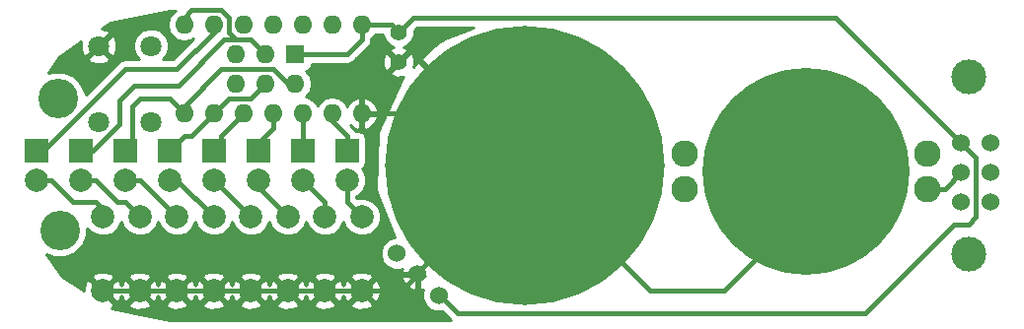
<source format=gtl>
G04 #@! TF.FileFunction,Copper,L1,Top,Signal*
%FSLAX46Y46*%
G04 Gerber Fmt 4.6, Leading zero omitted, Abs format (unit mm)*
G04 Created by KiCad (PCBNEW 4.0.7) date 02/28/18 07:49:30*
%MOMM*%
%LPD*%
G01*
G04 APERTURE LIST*
%ADD10C,0.100000*%
%ADD11C,1.524000*%
%ADD12O,1.600000X1.600000*%
%ADD13R,1.600000X1.600000*%
%ADD14C,3.000000*%
%ADD15C,1.800000*%
%ADD16C,3.400000*%
%ADD17C,2.286000*%
%ADD18C,17.780000*%
%ADD19C,24.000000*%
%ADD20C,1.397000*%
%ADD21C,2.000000*%
%ADD22R,2.000000X2.000000*%
%ADD23C,1.998980*%
%ADD24C,0.406400*%
%ADD25C,0.254000*%
G04 APERTURE END LIST*
D10*
D11*
X194037949Y-91929949D03*
X192241898Y-90133898D03*
X195834000Y-93726000D03*
D12*
X183515000Y-75565000D03*
D13*
X183515000Y-73025000D03*
D12*
X180975000Y-75565000D03*
X180975000Y-73025000D03*
X178435000Y-75565000D03*
X178435000Y-73025000D03*
X189230000Y-70485000D03*
X186690000Y-70485000D03*
X184150000Y-70485000D03*
X181610000Y-70485000D03*
X179070000Y-70485000D03*
X176530000Y-70485000D03*
X173990000Y-70485000D03*
X173990000Y-78105000D03*
X176530000Y-78105000D03*
X179070000Y-78105000D03*
X181610000Y-78105000D03*
X184150000Y-78105000D03*
X186690000Y-78105000D03*
X189230000Y-78105000D03*
D14*
X241300000Y-90170000D03*
D15*
X171160000Y-78815000D03*
X166660000Y-78815000D03*
X171160000Y-72315000D03*
X166660000Y-72315000D03*
D16*
X163195000Y-76835000D03*
D17*
X216916000Y-84582000D03*
X237744000Y-84582000D03*
X216916000Y-81534000D03*
X237744000Y-81534000D03*
D18*
X227330000Y-83058000D03*
D14*
X241300000Y-74930000D03*
D16*
X163322000Y-88138000D03*
D19*
X203200000Y-82550000D03*
D20*
X192405000Y-71120000D03*
X192405000Y-73660000D03*
D21*
X187960000Y-83820000D03*
D22*
X187960000Y-81280000D03*
D21*
X184150000Y-83820000D03*
D22*
X184150000Y-81280000D03*
D21*
X180340000Y-83820000D03*
D22*
X180340000Y-81280000D03*
D21*
X176530000Y-83820000D03*
D22*
X176530000Y-81280000D03*
D21*
X172720000Y-83820000D03*
D22*
X172720000Y-81280000D03*
D21*
X168910000Y-83820000D03*
D22*
X168910000Y-81280000D03*
D21*
X165100000Y-83820000D03*
D22*
X165100000Y-81280000D03*
D21*
X161290000Y-83820000D03*
D22*
X161290000Y-81280000D03*
D23*
X189230000Y-86995000D03*
X189230000Y-93345000D03*
X186055000Y-86995000D03*
X186055000Y-93345000D03*
X182880000Y-86995000D03*
X182880000Y-93345000D03*
X179705000Y-86995000D03*
X179705000Y-93345000D03*
X176530000Y-86995000D03*
X176530000Y-93345000D03*
X173355000Y-86995000D03*
X173355000Y-93345000D03*
X170180000Y-86995000D03*
X170180000Y-93345000D03*
X167005000Y-86995000D03*
X167005000Y-93345000D03*
D11*
X240665000Y-80645000D03*
X240665000Y-83185000D03*
X240665000Y-85725000D03*
X243205000Y-85725000D03*
X243205000Y-83185000D03*
X243205000Y-80645000D03*
D24*
X189230000Y-78105000D02*
X198755000Y-78105000D01*
X198755000Y-78105000D02*
X203200000Y-82550000D01*
X193634247Y-92347319D02*
X193634247Y-92115753D01*
X193634247Y-92115753D02*
X203200000Y-82550000D01*
X189230000Y-93345000D02*
X192636566Y-93345000D01*
X192636566Y-93345000D02*
X193634247Y-92347319D01*
X227330000Y-83058000D02*
X227330000Y-86360000D01*
X227330000Y-86360000D02*
X220345000Y-93345000D01*
X220345000Y-93345000D02*
X213995000Y-93345000D01*
X213995000Y-93345000D02*
X203200000Y-82550000D01*
X189230000Y-78105000D02*
X189230000Y-76835000D01*
X189230000Y-76835000D02*
X192405000Y-73660000D01*
X186055000Y-93345000D02*
X189230000Y-93345000D01*
X182880000Y-93345000D02*
X186055000Y-93345000D01*
X179705000Y-93345000D02*
X182880000Y-93345000D01*
X176530000Y-93345000D02*
X179705000Y-93345000D01*
X173355000Y-93345000D02*
X176530000Y-93345000D01*
X170180000Y-93345000D02*
X173355000Y-93345000D01*
X167132000Y-93345000D02*
X170180000Y-93345000D01*
X183515000Y-73025000D02*
X187960000Y-73025000D01*
X189230000Y-71755000D02*
X189230000Y-70485000D01*
X187960000Y-73025000D02*
X189230000Y-71755000D01*
X241935000Y-86995000D02*
X241300000Y-87630000D01*
X240665000Y-80645000D02*
X241935000Y-81915000D01*
X241935000Y-86995000D02*
X241935000Y-81915000D01*
X240030000Y-87630000D02*
X232410000Y-95250000D01*
X241300000Y-87630000D02*
X240030000Y-87630000D01*
X197485000Y-95250000D02*
X196215000Y-93980000D01*
X229235000Y-95250000D02*
X232410000Y-95250000D01*
X197485000Y-95250000D02*
X229235000Y-95250000D01*
X240665000Y-80645000D02*
X229870000Y-69850000D01*
X227330000Y-69850000D02*
X229870000Y-69850000D01*
X193675000Y-69850000D02*
X192405000Y-71120000D01*
X193675000Y-69850000D02*
X227330000Y-69850000D01*
X195580000Y-93980000D02*
X196215000Y-93980000D01*
X189230000Y-70485000D02*
X191770000Y-70485000D01*
X191770000Y-70485000D02*
X192405000Y-71120000D01*
X237744000Y-84582000D02*
X239268000Y-84582000D01*
X239268000Y-84582000D02*
X240665000Y-83185000D01*
X183515000Y-75565000D02*
X182880000Y-75565000D01*
X182880000Y-75565000D02*
X181610000Y-74295000D01*
X181610000Y-74295000D02*
X177165000Y-74295000D01*
X177165000Y-74295000D02*
X173990000Y-77470000D01*
X173990000Y-77470000D02*
X173990000Y-78105000D01*
X173990000Y-78105000D02*
X172720000Y-76835000D01*
X169545000Y-77470000D02*
X169545000Y-80645000D01*
X170180000Y-76835000D02*
X169545000Y-77470000D01*
X172720000Y-76835000D02*
X170180000Y-76835000D01*
X169545000Y-80645000D02*
X168910000Y-81280000D01*
X168910000Y-81280000D02*
X168910000Y-81026000D01*
X173990000Y-77470000D02*
X173990000Y-78105000D01*
X180975000Y-75565000D02*
X179705000Y-76835000D01*
X177800000Y-76835000D02*
X176530000Y-78105000D01*
X179705000Y-76835000D02*
X177800000Y-76835000D01*
X176530000Y-78105000D02*
X174625000Y-80010000D01*
X173990000Y-80010000D02*
X172720000Y-81280000D01*
X174625000Y-80010000D02*
X173990000Y-80010000D01*
X178435000Y-71755000D02*
X177419000Y-71755000D01*
X166116000Y-81280000D02*
X165100000Y-81280000D01*
X168402000Y-78994000D02*
X166116000Y-81280000D01*
X168402000Y-76962000D02*
X168402000Y-78994000D01*
X169672000Y-75692000D02*
X168402000Y-76962000D01*
X173482000Y-75692000D02*
X169672000Y-75692000D01*
X177419000Y-71755000D02*
X173482000Y-75692000D01*
X180975000Y-73025000D02*
X179705000Y-71755000D01*
X174625000Y-69215000D02*
X173990000Y-69850000D01*
X177165000Y-69215000D02*
X174625000Y-69215000D01*
X177800000Y-69850000D02*
X177165000Y-69215000D01*
X177800000Y-71120000D02*
X177800000Y-69850000D01*
X178435000Y-71755000D02*
X177800000Y-71120000D01*
X179705000Y-71755000D02*
X178435000Y-71755000D01*
X173990000Y-69850000D02*
X173990000Y-70485000D01*
X184150000Y-83820000D02*
X186055000Y-85725000D01*
X186055000Y-85725000D02*
X186055000Y-86995000D01*
X184150000Y-78105000D02*
X184150000Y-81280000D01*
X186690000Y-78105000D02*
X186690000Y-78740000D01*
X186690000Y-78740000D02*
X187960000Y-80010000D01*
X187960000Y-80010000D02*
X187960000Y-81280000D01*
X187960000Y-83820000D02*
X187960000Y-85725000D01*
X187960000Y-85725000D02*
X189230000Y-86995000D01*
X181610000Y-78105000D02*
X181610000Y-79375000D01*
X181610000Y-79375000D02*
X180340000Y-80645000D01*
X180340000Y-80645000D02*
X180340000Y-81280000D01*
X180340000Y-83820000D02*
X180340000Y-84455000D01*
X180340000Y-84455000D02*
X182880000Y-86995000D01*
X179070000Y-78105000D02*
X177165000Y-80010000D01*
X177165000Y-80010000D02*
X177165000Y-80645000D01*
X177165000Y-80645000D02*
X176530000Y-81280000D01*
X176530000Y-83820000D02*
X179705000Y-86995000D01*
X172720000Y-83820000D02*
X173355000Y-83820000D01*
X173355000Y-83820000D02*
X176530000Y-86995000D01*
X168910000Y-83820000D02*
X170180000Y-83820000D01*
X170180000Y-83820000D02*
X173355000Y-86995000D01*
X168910000Y-85725000D02*
X170180000Y-86995000D01*
X168275000Y-85725000D02*
X168910000Y-85725000D01*
X166370000Y-83820000D02*
X168275000Y-85725000D01*
X165100000Y-83820000D02*
X166370000Y-83820000D01*
X176530000Y-70485000D02*
X176530000Y-71120000D01*
X176530000Y-71120000D02*
X173355000Y-74295000D01*
X168910000Y-74295000D02*
X161925000Y-81280000D01*
X173355000Y-74295000D02*
X168910000Y-74295000D01*
X161925000Y-81280000D02*
X161290000Y-81280000D01*
X161925000Y-81280000D02*
X161290000Y-81280000D01*
X176530000Y-70612000D02*
X176530000Y-70485000D01*
X161290000Y-83820000D02*
X162560000Y-83820000D01*
X162560000Y-83820000D02*
X164465000Y-85725000D01*
X164465000Y-85725000D02*
X166370000Y-85725000D01*
X166370000Y-85725000D02*
X167132000Y-86487000D01*
X167132000Y-86487000D02*
X167132000Y-86995000D01*
X171450000Y-72025000D02*
X171160000Y-72315000D01*
D25*
G36*
X196360935Y-71632725D02*
X195730950Y-72053669D01*
X194293177Y-73463572D01*
X203073000Y-82243395D01*
X203073000Y-82856605D01*
X195024225Y-90905381D01*
X194953567Y-90834723D01*
X194932715Y-90855575D01*
X194818314Y-90752081D01*
X203020395Y-82550000D01*
X194113572Y-73643177D01*
X193662825Y-74102834D01*
X193750927Y-73852520D01*
X193722148Y-73322801D01*
X193574800Y-72967071D01*
X193339188Y-72905417D01*
X192584605Y-73660000D01*
X192598748Y-73674143D01*
X192419143Y-73853748D01*
X192405000Y-73839605D01*
X191650417Y-74594188D01*
X191712071Y-74829800D01*
X192212480Y-75005927D01*
X192742199Y-74977148D01*
X192848730Y-74933021D01*
X192703669Y-75080950D01*
X190644372Y-79666269D01*
X190496557Y-84690612D01*
X192034728Y-88736717D01*
X191965237Y-88736656D01*
X191451595Y-88948888D01*
X191058269Y-89341528D01*
X190845141Y-89854798D01*
X190844656Y-90410559D01*
X191056888Y-90924201D01*
X191449528Y-91317527D01*
X191962798Y-91530655D01*
X192518559Y-91531140D01*
X192710795Y-91451710D01*
X192656587Y-91582580D01*
X192778718Y-91802949D01*
X193731341Y-91802949D01*
X193844200Y-91915808D01*
X194023808Y-91736200D01*
X193910949Y-91623341D01*
X193910949Y-91250195D01*
X194113572Y-91456823D01*
X194164949Y-91405446D01*
X194164949Y-91623341D01*
X194052090Y-91736200D01*
X194231698Y-91915808D01*
X194344557Y-91802949D01*
X194462990Y-91802949D01*
X194722011Y-92056949D01*
X194344557Y-92056949D01*
X194231698Y-91944090D01*
X194052090Y-92123698D01*
X194164949Y-92236557D01*
X194164949Y-93189180D01*
X194385318Y-93311311D01*
X194520072Y-93247425D01*
X194437243Y-93446900D01*
X194436758Y-94002661D01*
X194648990Y-94516303D01*
X195041630Y-94909629D01*
X195554900Y-95122757D01*
X196110661Y-95123242D01*
X196154666Y-95105060D01*
X196884606Y-95835000D01*
X172787467Y-95835000D01*
X167724549Y-94827923D01*
X167878958Y-94763965D01*
X167977557Y-94497163D01*
X169207443Y-94497163D01*
X169306042Y-94763965D01*
X169915582Y-94990401D01*
X170565377Y-94966341D01*
X171053958Y-94763965D01*
X171152557Y-94497163D01*
X172382443Y-94497163D01*
X172481042Y-94763965D01*
X173090582Y-94990401D01*
X173740377Y-94966341D01*
X174228958Y-94763965D01*
X174327557Y-94497163D01*
X175557443Y-94497163D01*
X175656042Y-94763965D01*
X176265582Y-94990401D01*
X176915377Y-94966341D01*
X177403958Y-94763965D01*
X177502557Y-94497163D01*
X178732443Y-94497163D01*
X178831042Y-94763965D01*
X179440582Y-94990401D01*
X180090377Y-94966341D01*
X180578958Y-94763965D01*
X180677557Y-94497163D01*
X181907443Y-94497163D01*
X182006042Y-94763965D01*
X182615582Y-94990401D01*
X183265377Y-94966341D01*
X183753958Y-94763965D01*
X183852557Y-94497163D01*
X185082443Y-94497163D01*
X185181042Y-94763965D01*
X185790582Y-94990401D01*
X186440377Y-94966341D01*
X186928958Y-94763965D01*
X187027557Y-94497163D01*
X188257443Y-94497163D01*
X188356042Y-94763965D01*
X188965582Y-94990401D01*
X189615377Y-94966341D01*
X190103958Y-94763965D01*
X190202557Y-94497163D01*
X189230000Y-93524605D01*
X188257443Y-94497163D01*
X187027557Y-94497163D01*
X186055000Y-93524605D01*
X185082443Y-94497163D01*
X183852557Y-94497163D01*
X182880000Y-93524605D01*
X181907443Y-94497163D01*
X180677557Y-94497163D01*
X179705000Y-93524605D01*
X178732443Y-94497163D01*
X177502557Y-94497163D01*
X176530000Y-93524605D01*
X175557443Y-94497163D01*
X174327557Y-94497163D01*
X173355000Y-93524605D01*
X172382443Y-94497163D01*
X171152557Y-94497163D01*
X170180000Y-93524605D01*
X169207443Y-94497163D01*
X167977557Y-94497163D01*
X167005000Y-93524605D01*
X166990858Y-93538748D01*
X166811252Y-93359142D01*
X166825395Y-93345000D01*
X167184605Y-93345000D01*
X168157163Y-94317557D01*
X168423965Y-94218958D01*
X168583335Y-93789951D01*
X168761035Y-94218958D01*
X169027837Y-94317557D01*
X170000395Y-93345000D01*
X170359605Y-93345000D01*
X171332163Y-94317557D01*
X171598965Y-94218958D01*
X171758335Y-93789951D01*
X171936035Y-94218958D01*
X172202837Y-94317557D01*
X173175395Y-93345000D01*
X173534605Y-93345000D01*
X174507163Y-94317557D01*
X174773965Y-94218958D01*
X174933335Y-93789951D01*
X175111035Y-94218958D01*
X175377837Y-94317557D01*
X176350395Y-93345000D01*
X176709605Y-93345000D01*
X177682163Y-94317557D01*
X177948965Y-94218958D01*
X178108335Y-93789951D01*
X178286035Y-94218958D01*
X178552837Y-94317557D01*
X179525395Y-93345000D01*
X179884605Y-93345000D01*
X180857163Y-94317557D01*
X181123965Y-94218958D01*
X181283335Y-93789951D01*
X181461035Y-94218958D01*
X181727837Y-94317557D01*
X182700395Y-93345000D01*
X183059605Y-93345000D01*
X184032163Y-94317557D01*
X184298965Y-94218958D01*
X184458335Y-93789951D01*
X184636035Y-94218958D01*
X184902837Y-94317557D01*
X185875395Y-93345000D01*
X186234605Y-93345000D01*
X187207163Y-94317557D01*
X187473965Y-94218958D01*
X187633335Y-93789951D01*
X187811035Y-94218958D01*
X188077837Y-94317557D01*
X189050395Y-93345000D01*
X189409605Y-93345000D01*
X190382163Y-94317557D01*
X190648965Y-94218958D01*
X190875401Y-93609418D01*
X190851341Y-92959623D01*
X190648965Y-92471042D01*
X190382163Y-92372443D01*
X189409605Y-93345000D01*
X189050395Y-93345000D01*
X188077837Y-92372443D01*
X187811035Y-92471042D01*
X187651665Y-92900049D01*
X187473965Y-92471042D01*
X187207163Y-92372443D01*
X186234605Y-93345000D01*
X185875395Y-93345000D01*
X184902837Y-92372443D01*
X184636035Y-92471042D01*
X184476665Y-92900049D01*
X184298965Y-92471042D01*
X184032163Y-92372443D01*
X183059605Y-93345000D01*
X182700395Y-93345000D01*
X181727837Y-92372443D01*
X181461035Y-92471042D01*
X181301665Y-92900049D01*
X181123965Y-92471042D01*
X180857163Y-92372443D01*
X179884605Y-93345000D01*
X179525395Y-93345000D01*
X178552837Y-92372443D01*
X178286035Y-92471042D01*
X178126665Y-92900049D01*
X177948965Y-92471042D01*
X177682163Y-92372443D01*
X176709605Y-93345000D01*
X176350395Y-93345000D01*
X175377837Y-92372443D01*
X175111035Y-92471042D01*
X174951665Y-92900049D01*
X174773965Y-92471042D01*
X174507163Y-92372443D01*
X173534605Y-93345000D01*
X173175395Y-93345000D01*
X172202837Y-92372443D01*
X171936035Y-92471042D01*
X171776665Y-92900049D01*
X171598965Y-92471042D01*
X171332163Y-92372443D01*
X170359605Y-93345000D01*
X170000395Y-93345000D01*
X169027837Y-92372443D01*
X168761035Y-92471042D01*
X168601665Y-92900049D01*
X168423965Y-92471042D01*
X168157163Y-92372443D01*
X167184605Y-93345000D01*
X166825395Y-93345000D01*
X165852837Y-92372443D01*
X165586035Y-92471042D01*
X165359599Y-93080582D01*
X165367430Y-93292066D01*
X163722319Y-92192837D01*
X166032443Y-92192837D01*
X167005000Y-93165395D01*
X167977557Y-92192837D01*
X169207443Y-92192837D01*
X170180000Y-93165395D01*
X171152557Y-92192837D01*
X172382443Y-92192837D01*
X173355000Y-93165395D01*
X174327557Y-92192837D01*
X175557443Y-92192837D01*
X176530000Y-93165395D01*
X177502557Y-92192837D01*
X178732443Y-92192837D01*
X179705000Y-93165395D01*
X180677557Y-92192837D01*
X181907443Y-92192837D01*
X182880000Y-93165395D01*
X183852557Y-92192837D01*
X185082443Y-92192837D01*
X186055000Y-93165395D01*
X187027557Y-92192837D01*
X188257443Y-92192837D01*
X189230000Y-93165395D01*
X190118076Y-92277318D01*
X192656587Y-92277318D01*
X192894669Y-92779500D01*
X193306805Y-93152346D01*
X193690580Y-93311311D01*
X193910949Y-93189180D01*
X193910949Y-92056949D01*
X192778718Y-92056949D01*
X192656587Y-92277318D01*
X190118076Y-92277318D01*
X190202557Y-92192837D01*
X190103958Y-91926035D01*
X189494418Y-91699599D01*
X188844623Y-91723659D01*
X188356042Y-91926035D01*
X188257443Y-92192837D01*
X187027557Y-92192837D01*
X186928958Y-91926035D01*
X186319418Y-91699599D01*
X185669623Y-91723659D01*
X185181042Y-91926035D01*
X185082443Y-92192837D01*
X183852557Y-92192837D01*
X183753958Y-91926035D01*
X183144418Y-91699599D01*
X182494623Y-91723659D01*
X182006042Y-91926035D01*
X181907443Y-92192837D01*
X180677557Y-92192837D01*
X180578958Y-91926035D01*
X179969418Y-91699599D01*
X179319623Y-91723659D01*
X178831042Y-91926035D01*
X178732443Y-92192837D01*
X177502557Y-92192837D01*
X177403958Y-91926035D01*
X176794418Y-91699599D01*
X176144623Y-91723659D01*
X175656042Y-91926035D01*
X175557443Y-92192837D01*
X174327557Y-92192837D01*
X174228958Y-91926035D01*
X173619418Y-91699599D01*
X172969623Y-91723659D01*
X172481042Y-91926035D01*
X172382443Y-92192837D01*
X171152557Y-92192837D01*
X171053958Y-91926035D01*
X170444418Y-91699599D01*
X169794623Y-91723659D01*
X169306042Y-91926035D01*
X169207443Y-92192837D01*
X167977557Y-92192837D01*
X167878958Y-91926035D01*
X167269418Y-91699599D01*
X166619623Y-91723659D01*
X166131042Y-91926035D01*
X166032443Y-92192837D01*
X163722319Y-92192837D01*
X163335576Y-91934424D01*
X162168087Y-90187154D01*
X162855502Y-90472593D01*
X163784422Y-90473404D01*
X164642943Y-90118671D01*
X165300362Y-89462398D01*
X165656593Y-88604498D01*
X165657157Y-87958342D01*
X166077927Y-88379846D01*
X166678453Y-88629206D01*
X167328694Y-88629774D01*
X167929655Y-88381462D01*
X168389846Y-87922073D01*
X168592691Y-87433568D01*
X168793538Y-87919655D01*
X169252927Y-88379846D01*
X169853453Y-88629206D01*
X170503694Y-88629774D01*
X171104655Y-88381462D01*
X171564846Y-87922073D01*
X171767691Y-87433568D01*
X171968538Y-87919655D01*
X172427927Y-88379846D01*
X173028453Y-88629206D01*
X173678694Y-88629774D01*
X174279655Y-88381462D01*
X174739846Y-87922073D01*
X174942691Y-87433568D01*
X175143538Y-87919655D01*
X175602927Y-88379846D01*
X176203453Y-88629206D01*
X176853694Y-88629774D01*
X177454655Y-88381462D01*
X177914846Y-87922073D01*
X178117691Y-87433568D01*
X178318538Y-87919655D01*
X178777927Y-88379846D01*
X179378453Y-88629206D01*
X180028694Y-88629774D01*
X180629655Y-88381462D01*
X181089846Y-87922073D01*
X181292691Y-87433568D01*
X181493538Y-87919655D01*
X181952927Y-88379846D01*
X182553453Y-88629206D01*
X183203694Y-88629774D01*
X183804655Y-88381462D01*
X184264846Y-87922073D01*
X184467691Y-87433568D01*
X184668538Y-87919655D01*
X185127927Y-88379846D01*
X185728453Y-88629206D01*
X186378694Y-88629774D01*
X186979655Y-88381462D01*
X187439846Y-87922073D01*
X187642691Y-87433568D01*
X187843538Y-87919655D01*
X188302927Y-88379846D01*
X188903453Y-88629206D01*
X189553694Y-88629774D01*
X190154655Y-88381462D01*
X190614846Y-87922073D01*
X190864206Y-87321547D01*
X190864774Y-86671306D01*
X190616462Y-86070345D01*
X190157073Y-85610154D01*
X189556547Y-85360794D01*
X188906306Y-85360226D01*
X188817368Y-85396974D01*
X188798200Y-85377806D01*
X188798200Y-85242736D01*
X188884943Y-85206894D01*
X189345278Y-84747363D01*
X189594716Y-84146648D01*
X189595284Y-83496205D01*
X189346894Y-82895057D01*
X189280379Y-82828426D01*
X189411441Y-82744090D01*
X189556431Y-82531890D01*
X189607440Y-82280000D01*
X189607440Y-80280000D01*
X189563162Y-80044683D01*
X189424090Y-79828559D01*
X189211890Y-79683569D01*
X188960000Y-79632560D01*
X188696528Y-79632560D01*
X188552697Y-79417303D01*
X188267963Y-79132569D01*
X188492577Y-79336041D01*
X188880961Y-79496904D01*
X189103000Y-79374915D01*
X189103000Y-78232000D01*
X189357000Y-78232000D01*
X189357000Y-79374915D01*
X189579039Y-79496904D01*
X189967423Y-79336041D01*
X190382389Y-78960134D01*
X190621914Y-78454041D01*
X190500629Y-78232000D01*
X189357000Y-78232000D01*
X189103000Y-78232000D01*
X189083000Y-78232000D01*
X189083000Y-77978000D01*
X189103000Y-77978000D01*
X189103000Y-76835085D01*
X189357000Y-76835085D01*
X189357000Y-77978000D01*
X190500629Y-77978000D01*
X190621914Y-77755959D01*
X190382389Y-77249866D01*
X189967423Y-76873959D01*
X189579039Y-76713096D01*
X189357000Y-76835085D01*
X189103000Y-76835085D01*
X188880961Y-76713096D01*
X188492577Y-76873959D01*
X188077611Y-77249866D01*
X187974986Y-77466703D01*
X187704698Y-77062189D01*
X187239151Y-76751120D01*
X186690000Y-76641887D01*
X186140849Y-76751120D01*
X185675302Y-77062189D01*
X185420000Y-77444275D01*
X185164698Y-77062189D01*
X184699151Y-76751120D01*
X184403295Y-76692271D01*
X184529698Y-76607811D01*
X184840767Y-76142264D01*
X184950000Y-75593113D01*
X184950000Y-75536887D01*
X184840767Y-74987736D01*
X184529698Y-74522189D01*
X184424428Y-74451850D01*
X184550317Y-74428162D01*
X184766441Y-74289090D01*
X184911431Y-74076890D01*
X184954704Y-73863200D01*
X187960000Y-73863200D01*
X188280766Y-73799396D01*
X188552697Y-73617697D01*
X188702914Y-73467480D01*
X191059073Y-73467480D01*
X191087852Y-73997199D01*
X191235200Y-74352929D01*
X191470812Y-74414583D01*
X192225395Y-73660000D01*
X191470812Y-72905417D01*
X191235200Y-72967071D01*
X191059073Y-73467480D01*
X188702914Y-73467480D01*
X189822697Y-72347697D01*
X190004396Y-72075766D01*
X190068200Y-71755000D01*
X190068200Y-71645743D01*
X190244698Y-71527811D01*
X190381415Y-71323200D01*
X191071322Y-71323200D01*
X191071269Y-71384086D01*
X191273854Y-71874380D01*
X191648647Y-72249827D01*
X191970118Y-72383314D01*
X191712071Y-72490200D01*
X191650417Y-72725812D01*
X192405000Y-73480395D01*
X193159583Y-72725812D01*
X193097929Y-72490200D01*
X192818688Y-72391917D01*
X193159380Y-72251146D01*
X193534827Y-71876353D01*
X193738268Y-71386413D01*
X193738630Y-70971764D01*
X194022194Y-70688200D01*
X198845475Y-70688200D01*
X196360935Y-71632725D01*
X196360935Y-71632725D01*
G37*
X196360935Y-71632725D02*
X195730950Y-72053669D01*
X194293177Y-73463572D01*
X203073000Y-82243395D01*
X203073000Y-82856605D01*
X195024225Y-90905381D01*
X194953567Y-90834723D01*
X194932715Y-90855575D01*
X194818314Y-90752081D01*
X203020395Y-82550000D01*
X194113572Y-73643177D01*
X193662825Y-74102834D01*
X193750927Y-73852520D01*
X193722148Y-73322801D01*
X193574800Y-72967071D01*
X193339188Y-72905417D01*
X192584605Y-73660000D01*
X192598748Y-73674143D01*
X192419143Y-73853748D01*
X192405000Y-73839605D01*
X191650417Y-74594188D01*
X191712071Y-74829800D01*
X192212480Y-75005927D01*
X192742199Y-74977148D01*
X192848730Y-74933021D01*
X192703669Y-75080950D01*
X190644372Y-79666269D01*
X190496557Y-84690612D01*
X192034728Y-88736717D01*
X191965237Y-88736656D01*
X191451595Y-88948888D01*
X191058269Y-89341528D01*
X190845141Y-89854798D01*
X190844656Y-90410559D01*
X191056888Y-90924201D01*
X191449528Y-91317527D01*
X191962798Y-91530655D01*
X192518559Y-91531140D01*
X192710795Y-91451710D01*
X192656587Y-91582580D01*
X192778718Y-91802949D01*
X193731341Y-91802949D01*
X193844200Y-91915808D01*
X194023808Y-91736200D01*
X193910949Y-91623341D01*
X193910949Y-91250195D01*
X194113572Y-91456823D01*
X194164949Y-91405446D01*
X194164949Y-91623341D01*
X194052090Y-91736200D01*
X194231698Y-91915808D01*
X194344557Y-91802949D01*
X194462990Y-91802949D01*
X194722011Y-92056949D01*
X194344557Y-92056949D01*
X194231698Y-91944090D01*
X194052090Y-92123698D01*
X194164949Y-92236557D01*
X194164949Y-93189180D01*
X194385318Y-93311311D01*
X194520072Y-93247425D01*
X194437243Y-93446900D01*
X194436758Y-94002661D01*
X194648990Y-94516303D01*
X195041630Y-94909629D01*
X195554900Y-95122757D01*
X196110661Y-95123242D01*
X196154666Y-95105060D01*
X196884606Y-95835000D01*
X172787467Y-95835000D01*
X167724549Y-94827923D01*
X167878958Y-94763965D01*
X167977557Y-94497163D01*
X169207443Y-94497163D01*
X169306042Y-94763965D01*
X169915582Y-94990401D01*
X170565377Y-94966341D01*
X171053958Y-94763965D01*
X171152557Y-94497163D01*
X172382443Y-94497163D01*
X172481042Y-94763965D01*
X173090582Y-94990401D01*
X173740377Y-94966341D01*
X174228958Y-94763965D01*
X174327557Y-94497163D01*
X175557443Y-94497163D01*
X175656042Y-94763965D01*
X176265582Y-94990401D01*
X176915377Y-94966341D01*
X177403958Y-94763965D01*
X177502557Y-94497163D01*
X178732443Y-94497163D01*
X178831042Y-94763965D01*
X179440582Y-94990401D01*
X180090377Y-94966341D01*
X180578958Y-94763965D01*
X180677557Y-94497163D01*
X181907443Y-94497163D01*
X182006042Y-94763965D01*
X182615582Y-94990401D01*
X183265377Y-94966341D01*
X183753958Y-94763965D01*
X183852557Y-94497163D01*
X185082443Y-94497163D01*
X185181042Y-94763965D01*
X185790582Y-94990401D01*
X186440377Y-94966341D01*
X186928958Y-94763965D01*
X187027557Y-94497163D01*
X188257443Y-94497163D01*
X188356042Y-94763965D01*
X188965582Y-94990401D01*
X189615377Y-94966341D01*
X190103958Y-94763965D01*
X190202557Y-94497163D01*
X189230000Y-93524605D01*
X188257443Y-94497163D01*
X187027557Y-94497163D01*
X186055000Y-93524605D01*
X185082443Y-94497163D01*
X183852557Y-94497163D01*
X182880000Y-93524605D01*
X181907443Y-94497163D01*
X180677557Y-94497163D01*
X179705000Y-93524605D01*
X178732443Y-94497163D01*
X177502557Y-94497163D01*
X176530000Y-93524605D01*
X175557443Y-94497163D01*
X174327557Y-94497163D01*
X173355000Y-93524605D01*
X172382443Y-94497163D01*
X171152557Y-94497163D01*
X170180000Y-93524605D01*
X169207443Y-94497163D01*
X167977557Y-94497163D01*
X167005000Y-93524605D01*
X166990858Y-93538748D01*
X166811252Y-93359142D01*
X166825395Y-93345000D01*
X167184605Y-93345000D01*
X168157163Y-94317557D01*
X168423965Y-94218958D01*
X168583335Y-93789951D01*
X168761035Y-94218958D01*
X169027837Y-94317557D01*
X170000395Y-93345000D01*
X170359605Y-93345000D01*
X171332163Y-94317557D01*
X171598965Y-94218958D01*
X171758335Y-93789951D01*
X171936035Y-94218958D01*
X172202837Y-94317557D01*
X173175395Y-93345000D01*
X173534605Y-93345000D01*
X174507163Y-94317557D01*
X174773965Y-94218958D01*
X174933335Y-93789951D01*
X175111035Y-94218958D01*
X175377837Y-94317557D01*
X176350395Y-93345000D01*
X176709605Y-93345000D01*
X177682163Y-94317557D01*
X177948965Y-94218958D01*
X178108335Y-93789951D01*
X178286035Y-94218958D01*
X178552837Y-94317557D01*
X179525395Y-93345000D01*
X179884605Y-93345000D01*
X180857163Y-94317557D01*
X181123965Y-94218958D01*
X181283335Y-93789951D01*
X181461035Y-94218958D01*
X181727837Y-94317557D01*
X182700395Y-93345000D01*
X183059605Y-93345000D01*
X184032163Y-94317557D01*
X184298965Y-94218958D01*
X184458335Y-93789951D01*
X184636035Y-94218958D01*
X184902837Y-94317557D01*
X185875395Y-93345000D01*
X186234605Y-93345000D01*
X187207163Y-94317557D01*
X187473965Y-94218958D01*
X187633335Y-93789951D01*
X187811035Y-94218958D01*
X188077837Y-94317557D01*
X189050395Y-93345000D01*
X189409605Y-93345000D01*
X190382163Y-94317557D01*
X190648965Y-94218958D01*
X190875401Y-93609418D01*
X190851341Y-92959623D01*
X190648965Y-92471042D01*
X190382163Y-92372443D01*
X189409605Y-93345000D01*
X189050395Y-93345000D01*
X188077837Y-92372443D01*
X187811035Y-92471042D01*
X187651665Y-92900049D01*
X187473965Y-92471042D01*
X187207163Y-92372443D01*
X186234605Y-93345000D01*
X185875395Y-93345000D01*
X184902837Y-92372443D01*
X184636035Y-92471042D01*
X184476665Y-92900049D01*
X184298965Y-92471042D01*
X184032163Y-92372443D01*
X183059605Y-93345000D01*
X182700395Y-93345000D01*
X181727837Y-92372443D01*
X181461035Y-92471042D01*
X181301665Y-92900049D01*
X181123965Y-92471042D01*
X180857163Y-92372443D01*
X179884605Y-93345000D01*
X179525395Y-93345000D01*
X178552837Y-92372443D01*
X178286035Y-92471042D01*
X178126665Y-92900049D01*
X177948965Y-92471042D01*
X177682163Y-92372443D01*
X176709605Y-93345000D01*
X176350395Y-93345000D01*
X175377837Y-92372443D01*
X175111035Y-92471042D01*
X174951665Y-92900049D01*
X174773965Y-92471042D01*
X174507163Y-92372443D01*
X173534605Y-93345000D01*
X173175395Y-93345000D01*
X172202837Y-92372443D01*
X171936035Y-92471042D01*
X171776665Y-92900049D01*
X171598965Y-92471042D01*
X171332163Y-92372443D01*
X170359605Y-93345000D01*
X170000395Y-93345000D01*
X169027837Y-92372443D01*
X168761035Y-92471042D01*
X168601665Y-92900049D01*
X168423965Y-92471042D01*
X168157163Y-92372443D01*
X167184605Y-93345000D01*
X166825395Y-93345000D01*
X165852837Y-92372443D01*
X165586035Y-92471042D01*
X165359599Y-93080582D01*
X165367430Y-93292066D01*
X163722319Y-92192837D01*
X166032443Y-92192837D01*
X167005000Y-93165395D01*
X167977557Y-92192837D01*
X169207443Y-92192837D01*
X170180000Y-93165395D01*
X171152557Y-92192837D01*
X172382443Y-92192837D01*
X173355000Y-93165395D01*
X174327557Y-92192837D01*
X175557443Y-92192837D01*
X176530000Y-93165395D01*
X177502557Y-92192837D01*
X178732443Y-92192837D01*
X179705000Y-93165395D01*
X180677557Y-92192837D01*
X181907443Y-92192837D01*
X182880000Y-93165395D01*
X183852557Y-92192837D01*
X185082443Y-92192837D01*
X186055000Y-93165395D01*
X187027557Y-92192837D01*
X188257443Y-92192837D01*
X189230000Y-93165395D01*
X190118076Y-92277318D01*
X192656587Y-92277318D01*
X192894669Y-92779500D01*
X193306805Y-93152346D01*
X193690580Y-93311311D01*
X193910949Y-93189180D01*
X193910949Y-92056949D01*
X192778718Y-92056949D01*
X192656587Y-92277318D01*
X190118076Y-92277318D01*
X190202557Y-92192837D01*
X190103958Y-91926035D01*
X189494418Y-91699599D01*
X188844623Y-91723659D01*
X188356042Y-91926035D01*
X188257443Y-92192837D01*
X187027557Y-92192837D01*
X186928958Y-91926035D01*
X186319418Y-91699599D01*
X185669623Y-91723659D01*
X185181042Y-91926035D01*
X185082443Y-92192837D01*
X183852557Y-92192837D01*
X183753958Y-91926035D01*
X183144418Y-91699599D01*
X182494623Y-91723659D01*
X182006042Y-91926035D01*
X181907443Y-92192837D01*
X180677557Y-92192837D01*
X180578958Y-91926035D01*
X179969418Y-91699599D01*
X179319623Y-91723659D01*
X178831042Y-91926035D01*
X178732443Y-92192837D01*
X177502557Y-92192837D01*
X177403958Y-91926035D01*
X176794418Y-91699599D01*
X176144623Y-91723659D01*
X175656042Y-91926035D01*
X175557443Y-92192837D01*
X174327557Y-92192837D01*
X174228958Y-91926035D01*
X173619418Y-91699599D01*
X172969623Y-91723659D01*
X172481042Y-91926035D01*
X172382443Y-92192837D01*
X171152557Y-92192837D01*
X171053958Y-91926035D01*
X170444418Y-91699599D01*
X169794623Y-91723659D01*
X169306042Y-91926035D01*
X169207443Y-92192837D01*
X167977557Y-92192837D01*
X167878958Y-91926035D01*
X167269418Y-91699599D01*
X166619623Y-91723659D01*
X166131042Y-91926035D01*
X166032443Y-92192837D01*
X163722319Y-92192837D01*
X163335576Y-91934424D01*
X162168087Y-90187154D01*
X162855502Y-90472593D01*
X163784422Y-90473404D01*
X164642943Y-90118671D01*
X165300362Y-89462398D01*
X165656593Y-88604498D01*
X165657157Y-87958342D01*
X166077927Y-88379846D01*
X166678453Y-88629206D01*
X167328694Y-88629774D01*
X167929655Y-88381462D01*
X168389846Y-87922073D01*
X168592691Y-87433568D01*
X168793538Y-87919655D01*
X169252927Y-88379846D01*
X169853453Y-88629206D01*
X170503694Y-88629774D01*
X171104655Y-88381462D01*
X171564846Y-87922073D01*
X171767691Y-87433568D01*
X171968538Y-87919655D01*
X172427927Y-88379846D01*
X173028453Y-88629206D01*
X173678694Y-88629774D01*
X174279655Y-88381462D01*
X174739846Y-87922073D01*
X174942691Y-87433568D01*
X175143538Y-87919655D01*
X175602927Y-88379846D01*
X176203453Y-88629206D01*
X176853694Y-88629774D01*
X177454655Y-88381462D01*
X177914846Y-87922073D01*
X178117691Y-87433568D01*
X178318538Y-87919655D01*
X178777927Y-88379846D01*
X179378453Y-88629206D01*
X180028694Y-88629774D01*
X180629655Y-88381462D01*
X181089846Y-87922073D01*
X181292691Y-87433568D01*
X181493538Y-87919655D01*
X181952927Y-88379846D01*
X182553453Y-88629206D01*
X183203694Y-88629774D01*
X183804655Y-88381462D01*
X184264846Y-87922073D01*
X184467691Y-87433568D01*
X184668538Y-87919655D01*
X185127927Y-88379846D01*
X185728453Y-88629206D01*
X186378694Y-88629774D01*
X186979655Y-88381462D01*
X187439846Y-87922073D01*
X187642691Y-87433568D01*
X187843538Y-87919655D01*
X188302927Y-88379846D01*
X188903453Y-88629206D01*
X189553694Y-88629774D01*
X190154655Y-88381462D01*
X190614846Y-87922073D01*
X190864206Y-87321547D01*
X190864774Y-86671306D01*
X190616462Y-86070345D01*
X190157073Y-85610154D01*
X189556547Y-85360794D01*
X188906306Y-85360226D01*
X188817368Y-85396974D01*
X188798200Y-85377806D01*
X188798200Y-85242736D01*
X188884943Y-85206894D01*
X189345278Y-84747363D01*
X189594716Y-84146648D01*
X189595284Y-83496205D01*
X189346894Y-82895057D01*
X189280379Y-82828426D01*
X189411441Y-82744090D01*
X189556431Y-82531890D01*
X189607440Y-82280000D01*
X189607440Y-80280000D01*
X189563162Y-80044683D01*
X189424090Y-79828559D01*
X189211890Y-79683569D01*
X188960000Y-79632560D01*
X188696528Y-79632560D01*
X188552697Y-79417303D01*
X188267963Y-79132569D01*
X188492577Y-79336041D01*
X188880961Y-79496904D01*
X189103000Y-79374915D01*
X189103000Y-78232000D01*
X189357000Y-78232000D01*
X189357000Y-79374915D01*
X189579039Y-79496904D01*
X189967423Y-79336041D01*
X190382389Y-78960134D01*
X190621914Y-78454041D01*
X190500629Y-78232000D01*
X189357000Y-78232000D01*
X189103000Y-78232000D01*
X189083000Y-78232000D01*
X189083000Y-77978000D01*
X189103000Y-77978000D01*
X189103000Y-76835085D01*
X189357000Y-76835085D01*
X189357000Y-77978000D01*
X190500629Y-77978000D01*
X190621914Y-77755959D01*
X190382389Y-77249866D01*
X189967423Y-76873959D01*
X189579039Y-76713096D01*
X189357000Y-76835085D01*
X189103000Y-76835085D01*
X188880961Y-76713096D01*
X188492577Y-76873959D01*
X188077611Y-77249866D01*
X187974986Y-77466703D01*
X187704698Y-77062189D01*
X187239151Y-76751120D01*
X186690000Y-76641887D01*
X186140849Y-76751120D01*
X185675302Y-77062189D01*
X185420000Y-77444275D01*
X185164698Y-77062189D01*
X184699151Y-76751120D01*
X184403295Y-76692271D01*
X184529698Y-76607811D01*
X184840767Y-76142264D01*
X184950000Y-75593113D01*
X184950000Y-75536887D01*
X184840767Y-74987736D01*
X184529698Y-74522189D01*
X184424428Y-74451850D01*
X184550317Y-74428162D01*
X184766441Y-74289090D01*
X184911431Y-74076890D01*
X184954704Y-73863200D01*
X187960000Y-73863200D01*
X188280766Y-73799396D01*
X188552697Y-73617697D01*
X188702914Y-73467480D01*
X191059073Y-73467480D01*
X191087852Y-73997199D01*
X191235200Y-74352929D01*
X191470812Y-74414583D01*
X192225395Y-73660000D01*
X191470812Y-72905417D01*
X191235200Y-72967071D01*
X191059073Y-73467480D01*
X188702914Y-73467480D01*
X189822697Y-72347697D01*
X190004396Y-72075766D01*
X190068200Y-71755000D01*
X190068200Y-71645743D01*
X190244698Y-71527811D01*
X190381415Y-71323200D01*
X191071322Y-71323200D01*
X191071269Y-71384086D01*
X191273854Y-71874380D01*
X191648647Y-72249827D01*
X191970118Y-72383314D01*
X191712071Y-72490200D01*
X191650417Y-72725812D01*
X192405000Y-73480395D01*
X193159583Y-72725812D01*
X193097929Y-72490200D01*
X192818688Y-72391917D01*
X193159380Y-72251146D01*
X193534827Y-71876353D01*
X193738268Y-71386413D01*
X193738630Y-70971764D01*
X194022194Y-70688200D01*
X198845475Y-70688200D01*
X196360935Y-71632725D01*
G36*
X166853748Y-78800858D02*
X166839605Y-78815000D01*
X166853748Y-78829143D01*
X166674143Y-79008748D01*
X166660000Y-78994605D01*
X166645858Y-79008748D01*
X166466253Y-78829143D01*
X166480395Y-78815000D01*
X166466253Y-78800858D01*
X166645858Y-78621253D01*
X166660000Y-78635395D01*
X166674143Y-78621253D01*
X166853748Y-78800858D01*
X166853748Y-78800858D01*
G37*
X166853748Y-78800858D02*
X166839605Y-78815000D01*
X166853748Y-78829143D01*
X166674143Y-79008748D01*
X166660000Y-78994605D01*
X166645858Y-79008748D01*
X166466253Y-78829143D01*
X166480395Y-78815000D01*
X166466253Y-78800858D01*
X166645858Y-78621253D01*
X166660000Y-78635395D01*
X166674143Y-78621253D01*
X166853748Y-78800858D01*
G36*
X172975302Y-69442189D02*
X172664233Y-69907736D01*
X172555000Y-70456887D01*
X172555000Y-70513113D01*
X172664233Y-71062264D01*
X172975302Y-71527811D01*
X173440849Y-71838880D01*
X173990000Y-71948113D01*
X174539151Y-71838880D01*
X174800060Y-71664546D01*
X173007806Y-73456800D01*
X172188919Y-73456800D01*
X172460551Y-73185643D01*
X172694733Y-72621670D01*
X172695265Y-72011009D01*
X172462068Y-71446629D01*
X172030643Y-71014449D01*
X171466670Y-70780267D01*
X170856009Y-70779735D01*
X170291629Y-71012932D01*
X169859449Y-71444357D01*
X169625267Y-72008330D01*
X169624735Y-72618991D01*
X169857932Y-73183371D01*
X170130883Y-73456800D01*
X168910000Y-73456800D01*
X168589235Y-73520604D01*
X168317303Y-73702303D01*
X165530302Y-76489304D01*
X165530404Y-76372578D01*
X165175671Y-75514057D01*
X164519398Y-74856638D01*
X163661498Y-74500407D01*
X162732578Y-74499596D01*
X162334236Y-74664187D01*
X163182173Y-73395159D01*
X165759446Y-73395159D01*
X165845852Y-73651643D01*
X166419336Y-73861458D01*
X167029460Y-73835839D01*
X167474148Y-73651643D01*
X167560554Y-73395159D01*
X166660000Y-72494605D01*
X165759446Y-73395159D01*
X163182173Y-73395159D01*
X163335576Y-73165576D01*
X165160396Y-71946269D01*
X165113542Y-72074336D01*
X165139161Y-72684460D01*
X165323357Y-73129148D01*
X165579841Y-73215554D01*
X166480395Y-72315000D01*
X166839605Y-72315000D01*
X167740159Y-73215554D01*
X167996643Y-73129148D01*
X168206458Y-72555664D01*
X168180839Y-71945540D01*
X167996643Y-71500852D01*
X167740159Y-71414446D01*
X166839605Y-72315000D01*
X166480395Y-72315000D01*
X166466253Y-72300858D01*
X166645858Y-72121253D01*
X166660000Y-72135395D01*
X167560554Y-71234841D01*
X167474148Y-70978357D01*
X166915091Y-70773820D01*
X167641185Y-70288659D01*
X172787467Y-69265000D01*
X173240484Y-69265000D01*
X172975302Y-69442189D01*
X172975302Y-69442189D01*
G37*
X172975302Y-69442189D02*
X172664233Y-69907736D01*
X172555000Y-70456887D01*
X172555000Y-70513113D01*
X172664233Y-71062264D01*
X172975302Y-71527811D01*
X173440849Y-71838880D01*
X173990000Y-71948113D01*
X174539151Y-71838880D01*
X174800060Y-71664546D01*
X173007806Y-73456800D01*
X172188919Y-73456800D01*
X172460551Y-73185643D01*
X172694733Y-72621670D01*
X172695265Y-72011009D01*
X172462068Y-71446629D01*
X172030643Y-71014449D01*
X171466670Y-70780267D01*
X170856009Y-70779735D01*
X170291629Y-71012932D01*
X169859449Y-71444357D01*
X169625267Y-72008330D01*
X169624735Y-72618991D01*
X169857932Y-73183371D01*
X170130883Y-73456800D01*
X168910000Y-73456800D01*
X168589235Y-73520604D01*
X168317303Y-73702303D01*
X165530302Y-76489304D01*
X165530404Y-76372578D01*
X165175671Y-75514057D01*
X164519398Y-74856638D01*
X163661498Y-74500407D01*
X162732578Y-74499596D01*
X162334236Y-74664187D01*
X163182173Y-73395159D01*
X165759446Y-73395159D01*
X165845852Y-73651643D01*
X166419336Y-73861458D01*
X167029460Y-73835839D01*
X167474148Y-73651643D01*
X167560554Y-73395159D01*
X166660000Y-72494605D01*
X165759446Y-73395159D01*
X163182173Y-73395159D01*
X163335576Y-73165576D01*
X165160396Y-71946269D01*
X165113542Y-72074336D01*
X165139161Y-72684460D01*
X165323357Y-73129148D01*
X165579841Y-73215554D01*
X166480395Y-72315000D01*
X166839605Y-72315000D01*
X167740159Y-73215554D01*
X167996643Y-73129148D01*
X168206458Y-72555664D01*
X168180839Y-71945540D01*
X167996643Y-71500852D01*
X167740159Y-71414446D01*
X166839605Y-72315000D01*
X166480395Y-72315000D01*
X166466253Y-72300858D01*
X166645858Y-72121253D01*
X166660000Y-72135395D01*
X167560554Y-71234841D01*
X167474148Y-70978357D01*
X166915091Y-70773820D01*
X167641185Y-70288659D01*
X172787467Y-69265000D01*
X173240484Y-69265000D01*
X172975302Y-69442189D01*
G36*
X178562000Y-72898000D02*
X178582000Y-72898000D01*
X178582000Y-73152000D01*
X178562000Y-73152000D01*
X178562000Y-73172000D01*
X178308000Y-73172000D01*
X178308000Y-73152000D01*
X178288000Y-73152000D01*
X178288000Y-72898000D01*
X178308000Y-72898000D01*
X178308000Y-72878000D01*
X178562000Y-72878000D01*
X178562000Y-72898000D01*
X178562000Y-72898000D01*
G37*
X178562000Y-72898000D02*
X178582000Y-72898000D01*
X178582000Y-73152000D01*
X178562000Y-73152000D01*
X178562000Y-73172000D01*
X178308000Y-73172000D01*
X178308000Y-73152000D01*
X178288000Y-73152000D01*
X178288000Y-72898000D01*
X178308000Y-72898000D01*
X178308000Y-72878000D01*
X178562000Y-72878000D01*
X178562000Y-72898000D01*
M02*

</source>
